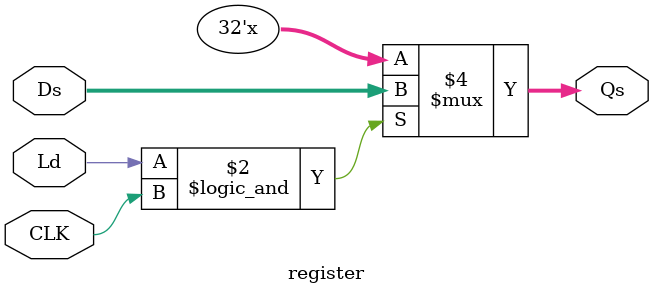
<source format=v>
module register(Qs, Ds, Ld, CLK);
  output reg [31:0] Qs;
  input [31:0]  Ds;
  input   Ld;
  input   CLK;
  
  initial begin
  	Qs= 32'd0;
  end
  
  always @(Qs, Ld, CLK)
    if(Ld && CLK)
      Qs<=Ds;
  
endmodule //Register
</source>
